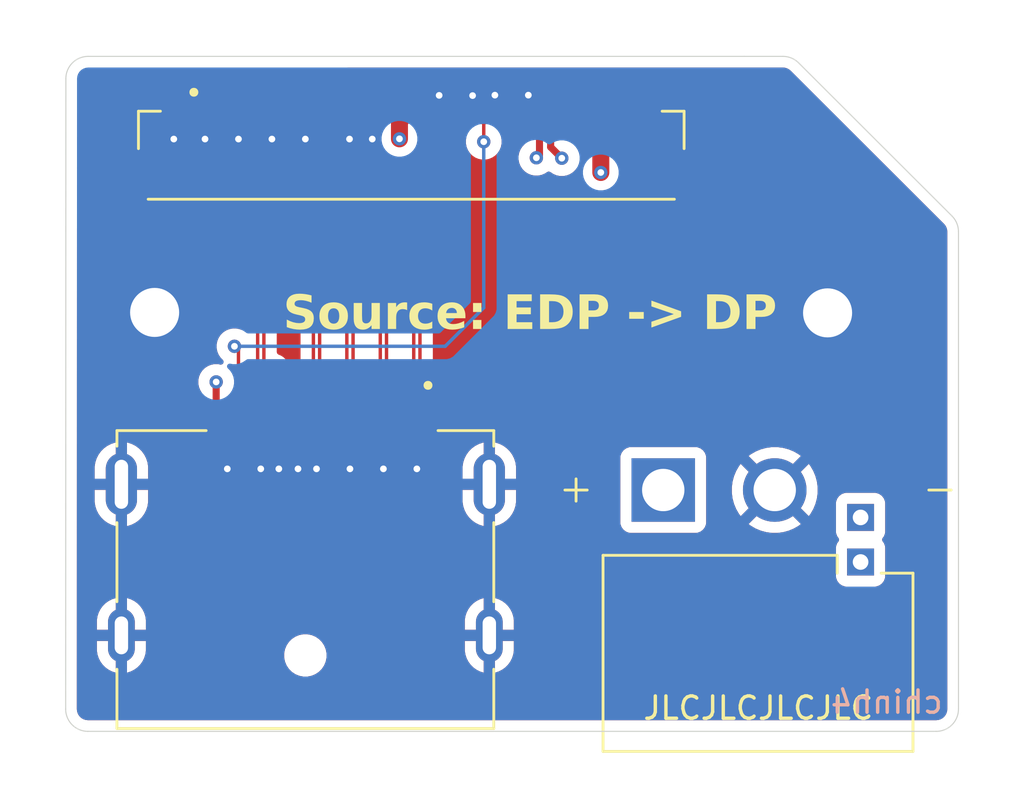
<source format=kicad_pcb>
(kicad_pcb (version 20241229) (generator "pcbnew") (generator_version "9.0")
  (layers (0 "F.Cu" signal) (4 "In1.Cu" signal) (6 "In2.Cu" signal) (2 "B.Cu" signal) (13 "F.Paste" user) (15 "B.Paste" user) (5 "F.SilkS" user "F.Silkscreen") (7 "B.SilkS" user "B.Silkscreen") (1 "F.Mask" user) (3 "B.Mask" user) (25 "Edge.Cuts" user))
  (net 0 "")
  (net 1 "+3.3V")
  (net 2 "GND")
  (net 3 "AUX_P")
  (net 4 "2_EDP_TX_P")
  (net 5 "2_EDP_TX_N")
  (net 6 "1_EDP_TX_N")
  (net 7 "BLK_PWM_LCD")
  (net 8 "BLK_OFF_N")
  (net 9 "+5V")
  (net 10 "AUX_N")
  (net 11 "3_EDP_TX_P")
  (net 12 "3_EDP_TX_N")
  (net 13 "0_EDP_TX_P")
  (net 14 "0_EDP_TX_N")
  (net 15 "EDP_HPD")
  (net 16 "1_EDP_TX_P")
  (footprint "MountingHole:MountingHole_2.2mm_M2_DIN965_Pad_TopBottom" (layer "F.Cu") (at 149.17 65)
    (property "Reference" "H2" (hide yes))
    (property "Value" "MountingHole_Pad")
    (pad "1" thru_hole circle (at 0 0) (size 2.6 2.6) (drill 2.2) (layers "*.Cu" "*.Mask") (net 2 "GND"))
    (pad "1" connect circle (at 0 0) (size 3.8 3.8) (layers "F.Cu" "F.Mask") (net 2 "GND"))
    (pad "1" connect circle (at 0 0) (size 3.8 3.8) (layers "B.Cu" "B.Mask") (net 2 "GND"))
  )
  (footprint "SnapEDA:IPEX_20455-040E-76" (layer "F.Cu") (at 130.5 58)
    (property "Reference" "J1" (hide yes))
    (property "Value" "20455-040E-76")
    (fp_line (start -12.235 -2.05) (end -12.235 -0.37) (stroke (width 0.127)) (layer "F.SilkS"))
    (fp_line (start -12.235 -2.05) (end -11.25 -2.05) (stroke (width 0.127)) (layer "F.SilkS"))
    (fp_line (start -11.8 1.9) (end 11.8 1.9) (stroke (width 0.127)) (layer "F.SilkS"))
    (fp_line (start 11.25 -2.05) (end 12.235 -2.05) (stroke (width 0.127)) (layer "F.SilkS"))
    (fp_line (start 12.235 -2.05) (end 12.235 -0.37) (stroke (width 0.127)) (layer "F.SilkS"))
    (fp_circle (center -9.75 -2.9) (end -9.65 -2.9) (stroke (width 0.2)) (fill no) (layer "F.SilkS"))
    (pad "1" smd rect (at -9.75 -1.92) (size 0.25 0.9) (layers "F.Cu" "F.Mask" "F.Paste"))
    (pad "2" smd rect (at -9.25 -1.92) (size 0.25 0.9) (layers "F.Cu" "F.Mask" "F.Paste") (net 2 "GND"))
    (pad "3" smd rect (at -8.75 -1.92) (size 0.25 0.9) (layers "F.Cu" "F.Mask" "F.Paste") (net 12 "3_EDP_TX_N"))
    (pad "4" smd rect (at -8.25 -1.92) (size 0.25 0.9) (layers "F.Cu" "F.Mask" "F.Paste") (net 11 "3_EDP_TX_P"))
    (pad "5" smd rect (at -7.75 -1.92) (size 0.25 0.9) (layers "F.Cu" "F.Mask" "F.Paste") (net 2 "GND"))
    (pad "6" smd rect (at -7.25 -1.92) (size 0.25 0.9) (layers "F.Cu" "F.Mask" "F.Paste") (net 5 "2_EDP_TX_N"))
    (pad "7" smd rect (at -6.75 -1.92) (size 0.25 0.9) (layers "F.Cu" "F.Mask" "F.Paste") (net 4 "2_EDP_TX_P"))
    (pad "8" smd rect (at -6.25 -1.92) (size 0.25 0.9) (layers "F.Cu" "F.Mask" "F.Paste") (net 2 "GND"))
    (pad "9" smd rect (at -5.75 -1.92) (size 0.25 0.9) (layers "F.Cu" "F.Mask" "F.Paste") (net 6 "1_EDP_TX_N"))
    (pad "10" smd rect (at -5.25 -1.92) (size 0.25 0.9) (layers "F.Cu" "F.Mask" "F.Paste") (net 16 "1_EDP_TX_P"))
    (pad "11" smd rect (at -4.75 -1.92) (size 0.25 0.9) (layers "F.Cu" "F.Mask" "F.Paste") (net 2 "GND"))
    (pad "12" smd rect (at -4.25 -1.92) (size 0.25 0.9) (layers "F.Cu" "F.Mask" "F.Paste") (net 14 "0_EDP_TX_N"))
    (pad "13" smd rect (at -3.75 -1.92) (size 0.25 0.9) (layers "F.Cu" "F.Mask" "F.Paste") (net 13 "0_EDP_TX_P"))
    (pad "14" smd rect (at -3.25 -1.92) (size 0.25 0.9) (layers "F.Cu" "F.Mask" "F.Paste") (net 2 "GND"))
    (pad "15" smd rect (at -2.75 -1.92) (size 0.25 0.9) (layers "F.Cu" "F.Mask" "F.Paste") (net 3 "AUX_P"))
    (pad "16" smd rect (at -2.25 -1.92) (size 0.25 0.9) (layers "F.Cu" "F.Mask" "F.Paste") (net 10 "AUX_N"))
    (pad "17" smd rect (at -1.75 -1.92) (size 0.25 0.9) (layers "F.Cu" "F.Mask" "F.Paste") (net 2 "GND"))
    (pad "18" smd rect (at -1.25 -1.92) (size 0.25 0.9) (layers "F.Cu" "F.Mask" "F.Paste") (net 1 "+3.3V"))
    (pad "19" smd rect (at -0.75 -1.92) (size 0.25 0.9) (layers "F.Cu" "F.Mask" "F.Paste") (net 1 "+3.3V"))
    (pad "20" smd rect (at -0.25 -1.92) (size 0.25 0.9) (layers "F.Cu" "F.Mask" "F.Paste") (net 1 "+3.3V"))
    (pad "21" smd rect (at 0.25 -1.92) (size 0.25 0.9) (layers "F.Cu" "F.Mask" "F.Paste") (net 1 "+3.3V"))
    (pad "22" smd rect (at 0.75 -1.92) (size 0.25 0.9) (layers "F.Cu" "F.Mask" "F.Paste"))
    (pad "23" smd rect (at 1.25 -1.92) (size 0.25 0.9) (layers "F.Cu" "F.Mask" "F.Paste") (net 2 "GND"))
    (pad "24" smd rect (at 1.75 -1.92) (size 0.25 0.9) (layers "F.Cu" "F.Mask" "F.Paste") (net 2 "GND"))
    (pad "25" smd rect (at 2.25 -1.92) (size 0.25 0.9) (layers "F.Cu" "F.Mask" "F.Paste") (net 2 "GND"))
    (pad "26" smd rect (at 2.75 -1.92) (size 0.25 0.9) (layers "F.Cu" "F.Mask" "F.Paste") (net 2 "GND"))
    (pad "27" smd rect (at 3.25 -1.92) (size 0.25 0.9) (layers "F.Cu" "F.Mask" "F.Paste") (net 15 "EDP_HPD"))
    (pad "28" smd rect (at 3.75 -1.92) (size 0.25 0.9) (layers "F.Cu" "F.Mask" "F.Paste") (net 2 "GND"))
    (pad "29" smd rect (at 4.25 -1.92) (size 0.25 0.9) (layers "F.Cu" "F.Mask" "F.Paste") (net 2 "GND"))
    (pad "30" smd rect (at 4.75 -1.92) (size 0.25 0.9) (layers "F.Cu" "F.Mask" "F.Paste") (net 2 "GND"))
    (pad "31" smd rect (at 5.25 -1.92) (size 0.25 0.9) (layers "F.Cu" "F.Mask" "F.Paste") (net 2 "GND"))
    (pad "32" smd rect (at 5.75 -1.92) (size 0.25 0.9) (layers "F.Cu" "F.Mask" "F.Paste") (net 8 "BLK_OFF_N"))
    (pad "33" smd rect (at 6.25 -1.92) (size 0.25 0.9) (layers "F.Cu" "F.Mask" "F.Paste") (net 7 "BLK_PWM_LCD"))
    (pad "34" smd rect (at 6.75 -1.92) (size 0.25 0.9) (layers "F.Cu" "F.Mask" "F.Paste"))
    (pad "35" smd rect (at 7.25 -1.92) (size 0.25 0.9) (layers "F.Cu" "F.Mask" "F.Paste"))
    (pad "36" smd rect (at 7.75 -1.92) (size 0.25 0.9) (layers "F.Cu" "F.Mask" "F.Paste") (net 9 "+5V"))
    (pad "37" smd rect (at 8.25 -1.92) (size 0.25 0.9) (layers "F.Cu" "F.Mask" "F.Paste") (net 9 "+5V"))
    (pad "38" smd rect (at 8.75 -1.92) (size 0.25 0.9) (layers "F.Cu" "F.Mask" "F.Paste") (net 9 "+5V"))
    (pad "39" smd rect (at 9.25 -1.92) (size 0.25 0.9) (layers "F.Cu" "F.Mask" "F.Paste") (net 9 "+5V"))
    (pad "40" smd rect (at 9.75 -1.92) (size 0.25 0.9) (layers "F.Cu" "F.Mask" "F.Paste"))
    (pad "S1" smd rect (at -10.65 -1.92) (size 0.55 0.9) (layers "F.Cu" "F.Mask" "F.Paste") (net 2 "GND"))
    (pad "S2" smd rect (at -12.85 0.9) (size 1.4 1.9) (layers "F.Cu" "F.Mask" "F.Paste") (net 2 "GND"))
    (pad "S3" smd rect (at 10.65 -1.92) (size 0.55 0.9) (layers "F.Cu" "F.Mask" "F.Paste") (net 2 "GND"))
    (pad "S4" smd rect (at 12.85 0.9) (size 1.4 1.9) (layers "F.Cu" "F.Mask" "F.Paste") (net 2 "GND"))
  )
  (footprint "SnapEDA:MOLEX_47272-0001" (layer "F.Cu") (at 125.75 83.6525)
    (property "Reference" "J2" (hide yes))
    (property "Value" "47272-0001")
    (fp_line (start -8.45 -13.37) (end -8.45 -12.67) (stroke (width 0.127)) (layer "F.SilkS"))
    (fp_line (start -8.45 -9.24) (end -8.45 -5.69) (stroke (width 0.127)) (layer "F.SilkS"))
    (fp_line (start -8.45 -2.66) (end -8.45 0) (stroke (width 0.127)) (layer "F.SilkS"))
    (fp_line (start -8.45 0) (end 8.45 0) (stroke (width 0.127)) (layer "F.SilkS"))
    (fp_line (start -4.45 -13.37) (end -8.45 -13.37) (stroke (width 0.127)) (layer "F.SilkS"))
    (fp_line (start 8.45 -13.37) (end 5.95 -13.37) (stroke (width 0.127)) (layer "F.SilkS"))
    (fp_line (start 8.45 -13.37) (end 8.45 -12.67) (stroke (width 0.127)) (layer "F.SilkS"))
    (fp_line (start 8.45 -9.24) (end 8.45 -5.69) (stroke (width 0.127)) (layer "F.SilkS"))
    (fp_line (start 8.45 -2.66) (end 8.45 0) (stroke (width 0.127)) (layer "F.SilkS"))
    (fp_circle (center 5.5 -15.4) (end 5.6 -15.4) (stroke (width 0.2)) (fill no) (layer "F.SilkS"))
    (pad "" np_thru_hole circle (at 0 -3.28) (size 1.4 1.4) (drill 1.4) (layers "*.Cu" "*.Mask"))
    (pad "1" smd rect (at 5.5 -13.56) (size 0.28 2.4) (layers "F.Cu" "F.Mask" "F.Paste") (net 13 "0_EDP_TX_P"))
    (pad "2" smd rect (at 5 -13.56) (size 0.28 2.4) (layers "F.Cu" "F.Mask" "F.Paste") (net 2 "GND"))
    (pad "3" smd rect (at 4.5 -13.56) (size 0.28 2.4) (layers "F.Cu" "F.Mask" "F.Paste") (net 14 "0_EDP_TX_N"))
    (pad "4" smd rect (at 4 -13.56) (size 0.28 2.4) (layers "F.Cu" "F.Mask" "F.Paste") (net 16 "1_EDP_TX_P"))
    (pad "5" smd rect (at 3.5 -13.56) (size 0.28 2.4) (layers "F.Cu" "F.Mask" "F.Paste") (net 2 "GND"))
    (pad "6" smd rect (at 3 -13.56) (size 0.28 2.4) (layers "F.Cu" "F.Mask" "F.Paste") (net 6 "1_EDP_TX_N"))
    (pad "7" smd rect (at 2.5 -13.56) (size 0.28 2.4) (layers "F.Cu" "F.Mask" "F.Paste") (net 4 "2_EDP_TX_P"))
    (pad "8" smd rect (at 2 -13.56) (size 0.28 2.4) (layers "F.Cu" "F.Mask" "F.Paste") (net 2 "GND"))
    (pad "9" smd rect (at 1.5 -13.56) (size 0.28 2.4) (layers "F.Cu" "F.Mask" "F.Paste") (net 5 "2_EDP_TX_N"))
    (pad "10" smd rect (at 1 -13.56) (size 0.28 2.4) (layers "F.Cu" "F.Mask" "F.Paste") (net 11 "3_EDP_TX_P"))
    (pad "11" smd rect (at 0.5 -13.56) (size 0.28 2.4) (layers "F.Cu" "F.Mask" "F.Paste") (net 2 "GND"))
    (pad "12" smd rect (at 0 -13.56) (size 0.28 2.4) (layers "F.Cu" "F.Mask" "F.Paste") (net 12 "3_EDP_TX_N"))
    (pad "13" smd rect (at -0.5 -13.56) (size 0.28 2.4) (layers "F.Cu" "F.Mask" "F.Paste") (net 2 "GND"))
    (pad "14" smd rect (at -1 -13.56) (size 0.28 2.4) (layers "F.Cu" "F.Mask" "F.Paste") (net 2 "GND"))
    (pad "15" smd rect (at -1.5 -13.56) (size 0.28 2.4) (layers "F.Cu" "F.Mask" "F.Paste") (net 3 "AUX_P"))
    (pad "16" smd rect (at -2 -13.56) (size 0.28 2.4) (layers "F.Cu" "F.Mask" "F.Paste") (net 2 "GND"))
    (pad "17" smd rect (at -2.5 -13.56) (size 0.28 2.4) (layers "F.Cu" "F.Mask" "F.Paste") (net 10 "AUX_N"))
    (pad "18" smd rect (at -3 -13.56) (size 0.28 2.4) (layers "F.Cu" "F.Mask" "F.Paste") (net 15 "EDP_HPD"))
    (pad "19" smd rect (at -3.5 -13.56) (size 0.28 2.4) (layers "F.Cu" "F.Mask" "F.Paste") (net 2 "GND"))
    (pad "20" smd rect (at -4 -13.56) (size 0.28 2.4) (layers "F.Cu" "F.Mask" "F.Paste") (net 1 "+3.3V"))
    (pad "S1" thru_hole oval (at -8.25 -10.96) (size 1.4 2.8) (drill oval 0.6 2.2) (layers "*.Cu" "*.Mask") (net 2 "GND"))
    (pad "S2" thru_hole oval (at 8.25 -10.96) (size 1.4 2.8) (drill oval 0.6 2.2) (layers "*.Cu" "*.Mask") (net 2 "GND"))
    (pad "S3" thru_hole oval (at -8.25 -4.18) (size 1.2 2.4) (drill oval 0.6 1.7) (layers "*.Cu" "*.Mask") (net 2 "GND"))
    (pad "S4" thru_hole oval (at 8.25 -4.18) (size 1.2 2.4) (drill oval 0.6 1.7) (layers "*.Cu" "*.Mask") (net 2 "GND"))
  )
  (footprint "SnapEDA:AMASS_XT30PW_2_2_-M.G.B" (layer "F.Cu") (at 146.05 80.28)
    (property "Reference" "J3" (hide yes))
    (property "Value" "XT30PW_2_2_-M.G.B" (hide yes))
    (fp_line (start -8.66 -7.33) (end -7.66 -7.33) (stroke (width 0.127)) (layer "F.SilkS"))
    (fp_line (start -8.16 -7.83) (end -8.16 -6.83) (stroke (width 0.127)) (layer "F.SilkS"))
    (fp_line (start -6.95 -4.4) (end 3.55 -4.4) (stroke (width 0.127)) (layer "F.SilkS"))
    (fp_line (start -6.95 4.4) (end -6.95 -4.4) (stroke (width 0.127)) (layer "F.SilkS"))
    (fp_line (start 3.55 -3.6) (end 3.55 -4.4) (stroke (width 0.127)) (layer "F.SilkS"))
    (fp_line (start 6.95 -3.6) (end 5.524 -3.6) (stroke (width 0.127)) (layer "F.SilkS"))
    (fp_line (start 6.95 -3.6) (end 6.95 4.4) (stroke (width 0.127)) (layer "F.SilkS"))
    (fp_line (start 6.95 4.4) (end -6.95 4.4) (stroke (width 0.127)) (layer "F.SilkS"))
    (fp_line (start 7.66 -7.33) (end 8.66 -7.33) (stroke (width 0.127)) (layer "F.SilkS"))
    (pad "N" thru_hole circle (at 0.75 -7.33) (size 2.85 2.85) (drill 1.9) (layers "*.Cu" "*.Mask") (net 2 "GND"))
    (pad "P" thru_hole rect (at -4.25 -7.33) (size 2.85 2.85) (drill 1.9) (layers "*.Cu" "*.Mask") (net 9 "+5V"))
    (pad "S1" thru_hole rect (at 4.6 -4.1) (size 1.208 1.208) (drill oval 0.7) (layers "*.Cu" "*.Mask") (net 8 "BLK_OFF_N"))
    (pad "S2" thru_hole rect (at 4.6 -6.1) (size 1.208 1.208) (drill oval 0.7) (layers "*.Cu" "*.Mask") (net 7 "BLK_PWM_LCD"))
  )
  (footprint "MountingHole:MountingHole_2.2mm_M2_DIN965_Pad_TopBottom" (layer "F.Cu") (at 118.99 64.98)
    (property "Reference" "H1" (hide yes))
    (property "Value" "MountingHole_Pad")
    (pad "1" thru_hole circle (at 0 0) (size 2.6 2.6) (drill 2.2) (layers "*.Cu" "*.Mask") (net 2 "GND"))
    (pad "1" connect circle (at 0 0) (size 3.8 3.8) (layers "F.Cu" "F.Mask") (net 2 "GND"))
    (pad "1" connect circle (at 0 0) (size 3.8 3.8) (layers "B.Cu" "B.Mask") (net 2 "GND"))
  )
  (gr_line (start 155.04 82.78) (end 155.04 61.35941) (stroke (width 0.05)) (layer "Edge.Cuts"))
  (gr_arc (start 116.000301 83.78) (mid 115.293077 83.48699) (end 115.000301 82.779669) (stroke (width 0.05)) (layer "Edge.Cuts"))
  (gr_line (start 154.746865 60.652061) (end 147.872853 53.782656) (stroke (width 0.05)) (layer "Edge.Cuts"))
  (gr_line (start 154.04 83.78) (end 116.000301 83.78) (stroke (width 0.05)) (layer "Edge.Cuts"))
  (gr_line (start 116.009669 53.49) (end 145.435409 53.49) (stroke (width 0.05)) (layer "Edge.Cuts"))
  (gr_arc (start 155.04 82.78) (mid 154.747107 83.487107) (end 154.04 83.78) (stroke (width 0.05)) (layer "Edge.Cuts"))
  (gr_arc (start 154.746865 60.652061) (mid 154.963811 60.976569) (end 155.04 61.35941) (stroke (width 0.05)) (layer "Edge.Cuts"))
  (gr_line (start 115.009669 54.489669) (end 115.000301 82.779669) (stroke (width 0.05)) (layer "Edge.Cuts"))
  (gr_line (start 145.435409 53.49) (end 147.166 53.49) (stroke (width 0.05)) (layer "Edge.Cuts"))
  (gr_arc (start 115.009669 54.489669) (mid 115.302683 53.782801) (end 116.009669 53.49) (stroke (width 0.05)) (layer "Edge.Cuts"))
  (gr_arc (start 147.166 53.49) (mid 147.548517 53.56606) (end 147.872853 53.782656) (stroke (width 0.05)) (layer "Edge.Cuts"))
  (gr_text "JLCJLCJLCJLC" (at 140.82 83.32 -0) (layer "F.SilkS") (effects (font (size 1 1) (thickness 0.1524)) (justify left bottom)))
  (gr_text "Source: EDP -> DP" (at 124.75 65.982677 0) (layer "F.SilkS") (effects (font (size 1.524 1.524) (thickness 0.3) (bold yes)) (justify left bottom)))
  (gr_text "chinh4" (at 154.42 83.05 0) (layer "B.SilkS") (effects (font (size 1 1) (thickness 0.1524)) (justify left bottom mirror)))
  (segment (start 129.96 56.35) (end 129.97 56.36) (width 0.762) (layer "F.Cu") (net 1))
  (segment (start 129.97 56.36) (end 129.97 57.19) (width 0.762) (layer "F.Cu") (net 1))
  (segment (start 130.25 56.08) (end 130.23 56.08) (width 0.762) (layer "F.Cu") (net 1))
  (segment (start 130.23 56.08) (end 129.96 56.35) (width 0.762) (layer "F.Cu") (net 1))
  (segment (start 121.75 70.0925) (end 121.75 68.1) (width 0.3175) (layer "F.Cu") (net 1))
  (segment (start 129.25 56.08) (end 130.75 56.08) (width 0.3175) (layer "F.Cu") (net 1))
  (via (at 129.97 57.19) (size 0.6) (drill 0.3) (layers "F.Cu" "B.Cu") (net 1))
  (via (at 121.75 68.1) (size 0.6) (drill 0.3) (layers "F.Cu" "B.Cu") (net 1))
  (segment (start 135.75 56.08) (end 135.75 55.23) (width 0.254) (layer "F.Cu") (net 2))
  (segment (start 123.75 70.0925) (end 123.75 72) (width 0.254) (layer "F.Cu") (net 2))
  (segment (start 127.25 56.72) (end 127.73 57.2) (width 0.254) (layer "F.Cu") (net 2))
  (segment (start 127.75 70.0925) (end 127.75 72) (width 0.254) (layer "F.Cu") (net 2))
  (segment (start 122.75 56.08) (end 122.75 57.2) (width 0.254) (layer "F.Cu") (net 2))
  (segment (start 134.25 56.08) (end 134.25 55.23) (width 0.254) (layer "F.Cu") (net 2))
  (segment (start 133.25 56.08) (end 133.25 55.25) (width 0.254) (layer "F.Cu") (net 2))
  (segment (start 128.75 57.21) (end 128.73 57.23) (width 0.254) (layer "F.Cu") (net 2))
  (segment (start 124.25 56.08) (end 124.25 57.2) (width 0.254) (layer "F.Cu") (net 2))
  (segment (start 127.25 56.08) (end 127.25 56.72) (width 0.254) (layer "F.Cu") (net 2))
  (segment (start 124.75 71.81) (end 124.56 72) (width 0.254) (layer "F.Cu") (net 2))
  (segment (start 124.75 70.0925) (end 124.75 71.81) (width 0.254) (layer "F.Cu") (net 2))
  (segment (start 131.75 56.08) (end 131.75 55.24) (width 0.254) (layer "F.Cu") (net 2))
  (segment (start 122.25 70.0925) (end 122.25 72) (width 0.254) (layer "F.Cu") (net 2))
  (segment (start 121.25 56.08) (end 121.25 57.2) (width 0.254) (layer "F.Cu") (net 2))
  (segment (start 129.25 70.0925) (end 129.25 72) (width 0.254) (layer "F.Cu") (net 2))
  (segment (start 128.75 56.08) (end 128.75 57.2) (width 0.254) (layer "F.Cu") (net 2))
  (segment (start 125.25 70.0925) (end 125.25 71.83) (width 0.254) (layer "F.Cu") (net 2))
  (segment (start 130.75 72) (end 130.75 70.0925) (width 0.254) (layer "F.Cu") (net 2))
  (segment (start 126.25 70.0925) (end 126.25 72) (width 0.254) (layer "F.Cu") (net 2))
  (segment (start 125.75 56.08) (end 125.75 57.2) (width 0.254) (layer "F.Cu") (net 2))
  (segment (start 125.25 71.83) (end 125.42 72) (width 0.254) (layer "F.Cu") (net 2))
  (segment (start 119.85 56.08) (end 119.85 57.2) (width 0.254) (layer "F.Cu") (net 2))
  (via (at 121.25 57.2) (size 0.5) (drill 0.3) (layers "F.Cu" "B.Cu") (net 2))
  (via (at 133.25 55.25) (size 0.5) (drill 0.3) (layers "F.Cu" "B.Cu") (net 2))
  (via (at 125.75 57.2) (size 0.5) (drill 0.3) (layers "F.Cu" "B.Cu") (net 2))
  (via (at 126.25 72) (size 0.6) (drill 0.3) (layers "F.Cu" "B.Cu") (net 2))
  (via (at 123.75 72) (size 0.6) (drill 0.3) (layers "F.Cu" "B.Cu") (net 2))
  (via (at 130.75 72) (size 0.6) (drill 0.3) (layers "F.Cu" "B.Cu") (net 2))
  (via (at 128.75 57.2) (size 0.5) (drill 0.3) (layers "F.Cu" "B.Cu") (net 2))
  (via (at 125.42 72) (size 0.6) (drill 0.3) (layers "F.Cu" "B.Cu") (net 2))
  (via (at 119.85 57.2) (size 0.5) (drill 0.3) (layers "F.Cu" "B.Cu") (net 2))
  (via (at 135.75 55.23) (size 0.5) (drill 0.3) (layers "F.Cu" "B.Cu") (net 2))
  (via (at 127.75 72) (size 0.6) (drill 0.3) (layers "F.Cu" "B.Cu") (net 2))
  (via (at 122.25 72) (size 0.6) (drill 0.3) (layers "F.Cu" "B.Cu") (net 2))
  (via (at 124.56 72) (size 0.6) (drill 0.3) (layers "F.Cu" "B.Cu") (net 2))
  (via (at 131.75 55.24) (size 0.5) (drill 0.3) (layers "F.Cu" "B.Cu") (net 2))
  (via (at 134.25 55.23) (size 0.5) (drill 0.3) (layers "F.Cu" "B.Cu") (net 2))
  (via (at 127.73 57.2) (size 0.5) (drill 0.3) (layers "F.Cu" "B.Cu") (net 2))
  (via (at 122.75 57.2) (size 0.5) (drill 0.3) (layers "F.Cu" "B.Cu") (net 2))
  (via (at 124.25 57.2) (size 0.5) (drill 0.3) (layers "F.Cu" "B.Cu") (net 2))
  (via (at 129.25 72) (size 0.6) (drill 0.3) (layers "F.Cu" "B.Cu") (net 2))
  (segment (start 123.8897 67.309744) (end 123.8897 67.254264) (width 0.1524) (layer "F.Cu") (net 3))
  (segment (start 127.8603 55.6447) (end 127.75 55.755) (width 0.1524) (layer "F.Cu") (net 3))
  (segment (start 127.452134 55.0897) (end 127.8603 55.497866) (width 0.1524) (layer "F.Cu") (net 3))
  (segment (start 123.8897 67.254264) (end 123.8897 65.595913) (width 0.1524) (layer "F.Cu") (net 3))
  (segment (start 116.887866 61.0803) (end 116.3097 60.502134) (width 0.1524) (layer "F.Cu") (net 3))
  (segment (start 124.447902 67.587144) (end 124.447902 67.531664) (width 0.1524) (layer "F.Cu") (net 3))
  (segment (start 123.8897 67.932199) (end 123.8897 67.809064) (width 0.1524) (layer "F.Cu") (net 3))
  (segment (start 127.75 55.755) (end 127.75 56.08) (width 0.1524) (layer "F.Cu") (net 3))
  (segment (start 124.00066 67.698104) (end 124.336942 67.698104) (width 0.1524) (layer "F.Cu") (net 3))
  (segment (start 124.25 68.292499) (end 123.8897 67.932199) (width 0.1524) (layer "F.Cu") (net 3))
  (segment (start 124.25 70.0925) (end 124.25 68.292499) (width 0.1524) (layer "F.Cu") (net 3))
  (segment (start 116.897866 55.0897) (end 127.452134 55.0897) (width 0.1524) (layer "F.Cu") (net 3))
  (segment (start 124.336942 67.420704) (end 124.00066 67.420704) (width 0.1524) (layer "F.Cu") (net 3))
  (segment (start 127.8603 55.497866) (end 127.8603 55.6447) (width 0.1524) (layer "F.Cu") (net 3))
  (segment (start 123.8897 65.595913) (end 123.8897 64.502134) (width 0.1524) (layer "F.Cu") (net 3))
  (segment (start 123.8897 64.502134) (end 120.467866 61.0803) (width 0.1524) (layer "F.Cu") (net 3))
  (segment (start 116.3097 60.502134) (end 116.3097 55.677866) (width 0.1524) (layer "F.Cu") (net 3))
  (segment (start 120.467866 61.0803) (end 116.887866 61.0803) (width 0.1524) (layer "F.Cu") (net 3))
  (segment (start 116.3097 55.677866) (end 116.897866 55.0897) (width 0.1524) (layer "F.Cu") (net 3))
  (arc (start 124.00066 67.420704) (mid 123.922199 67.388205) (end 123.8897 67.309744) (width 0.1524) (layer "F.Cu") (net 3))
  (arc (start 123.8897 67.809064) (mid 123.922199 67.730603) (end 124.00066 67.698104) (width 0.1524) (layer "F.Cu") (net 3))
  (arc (start 124.336942 67.698104) (mid 124.415403 67.665605) (end 124.447902 67.587144) (width 0.1524) (layer "F.Cu") (net 3))
  (arc (start 124.447902 67.531664) (mid 124.415403 67.453203) (end 124.336942 67.420704) (width 0.1524) (layer "F.Cu") (net 3))
  (segment (start 123.6397 56.865301) (end 123.75 56.755001) (width 0.1524) (layer "F.Cu") (net 4))
  (segment (start 123.6397 59.242134) (end 123.6397 56.865301) (width 0.1524) (layer "F.Cu") (net 4))
  (segment (start 128.25 70.0925) (end 128.25 68.292499) (width 0.1524) (layer "F.Cu") (net 4))
  (segment (start 123.75 56.755001) (end 123.75 56.08) (width 0.1524) (layer "F.Cu") (net 4))
  (segment (start 127.8897 67.932199) (end 127.8897 63.492134) (width 0.1524) (layer "F.Cu") (net 4))
  (segment (start 127.8897 63.492134) (end 123.6397 59.242134) (width 0.1524) (layer "F.Cu") (net 4))
  (segment (start 128.25 68.292499) (end 127.8897 67.932199) (width 0.1524) (layer "F.Cu") (net 4))
  (segment (start 123.3603 59.357866) (end 123.3603 56.865301) (width 0.1524) (layer "F.Cu") (net 5))
  (segment (start 123.3603 56.865301) (end 123.25 56.755001) (width 0.1524) (layer "F.Cu") (net 5))
  (segment (start 127.6103 63.607866) (end 123.3603 59.357866) (width 0.1524) (layer "F.Cu") (net 5))
  (segment (start 123.25 56.755001) (end 123.25 56.08) (width 0.1524) (layer "F.Cu") (net 5))
  (segment (start 127.25 68.292499) (end 127.6103 67.932199) (width 0.1524) (layer "F.Cu") (net 5))
  (segment (start 127.25 70.0925) (end 127.25 68.292499) (width 0.1524) (layer "F.Cu") (net 5))
  (segment (start 127.6103 67.932199) (end 127.6103 63.607866) (width 0.1524) (layer "F.Cu") (net 5))
  (segment (start 129.1103 67.932199) (end 129.1103 63.107866) (width 0.1524) (layer "F.Cu") (net 6))
  (segment (start 124.75 56.755001) (end 124.75 56.08) (width 0.1524) (layer "F.Cu") (net 6))
  (segment (start 124.8603 58.857866) (end 124.8603 56.865301) (width 0.1524) (layer "F.Cu") (net 6))
  (segment (start 128.75 68.292499) (end 129.1103 67.932199) (width 0.1524) (layer "F.Cu") (net 6))
  (segment (start 129.1103 63.107866) (end 124.8603 58.857866) (width 0.1524) (layer "F.Cu") (net 6))
  (segment (start 124.8603 56.865301) (end 124.75 56.755001) (width 0.1524) (layer "F.Cu") (net 6))
  (segment (start 128.75 70.0925) (end 128.75 68.292499) (width 0.1524) (layer "F.Cu") (net 6))
  (segment (start 136.75 57.56) (end 137.25 58.06) (width 0.3175) (layer "F.Cu") (net 7))
  (segment (start 136.75 56.08) (end 136.75 57.56) (width 0.3175) (layer "F.Cu") (net 7))
  (via (at 137.25 58.06) (size 0.6) (drill 0.3) (layers "F.Cu" "B.Cu") (net 7))
  (segment (start 136.25 56.08) (end 136.25 57.9) (width 0.3175) (layer "F.Cu") (net 8))
  (segment (start 136.25 57.9) (end 136.11 58.04) (width 0.3175) (layer "F.Cu") (net 8))
  (via (at 136.11 58.04) (size 0.6) (drill 0.3) (layers "F.Cu" "B.Cu") (net 8))
  (segment (start 139.25 56.08) (end 139 56.33) (width 0.762) (layer "F.Cu") (net 9))
  (segment (start 139 56.33) (end 139 58.7) (width 0.762) (layer "F.Cu") (net 9))
  (segment (start 138.25 56.08) (end 139.75 56.08) (width 0.3175) (layer "F.Cu") (net 9))
  (via (at 139 58.7) (size 0.6) (drill 0.3) (layers "F.Cu" "B.Cu") (net 9))
  (segment (start 123.25 70.0925) (end 123.25 68.292499) (width 0.1524) (layer "F.Cu") (net 10))
  (segment (start 128.1397 55.382134) (end 128.1397 55.6447) (width 0.1524) (layer "F.Cu") (net 10))
  (segment (start 128.25 55.755) (end 128.25 56.08) (width 0.1524) (layer "F.Cu") (net 10))
  (segment (start 128.1397 55.6447) (end 128.25 55.755) (width 0.1524) (layer "F.Cu") (net 10))
  (segment (start 116.782134 54.8103) (end 127.567866 54.8103) (width 0.1524) (layer "F.Cu") (net 10))
  (segment (start 123.6103 67.932199) (end 123.6103 64.617866) (width 0.1524) (layer "F.Cu") (net 10))
  (segment (start 123.25 68.292499) (end 123.6103 67.932199) (width 0.1524) (layer "F.Cu") (net 10))
  (segment (start 116.772134 61.3597) (end 116.0303 60.617866) (width 0.1524) (layer "F.Cu") (net 10))
  (segment (start 116.0303 55.562134) (end 116.782134 54.8103) (width 0.1524) (layer "F.Cu") (net 10))
  (segment (start 127.567866 54.8103) (end 128.1397 55.382134) (width 0.1524) (layer "F.Cu") (net 10))
  (segment (start 116.0303 60.617866) (end 116.0303 55.562134) (width 0.1524) (layer "F.Cu") (net 10))
  (segment (start 123.6103 64.617866) (end 120.352134 61.3597) (width 0.1524) (layer "F.Cu") (net 10))
  (segment (start 120.352134 61.3597) (end 116.772134 61.3597) (width 0.1524) (layer "F.Cu") (net 10))
  (segment (start 126.3897 67.932199) (end 126.3897 63.922134) (width 0.1524) (layer "F.Cu") (net 11))
  (segment (start 122.25 56.755001) (end 122.25 56.08) (width 0.1524) (layer "F.Cu") (net 11))
  (segment (start 126.75 68.292499) (end 126.3897 67.932199) (width 0.1524) (layer "F.Cu") (net 11))
  (segment (start 122.1397 56.865301) (end 122.25 56.755001) (width 0.1524) (layer "F.Cu") (net 11))
  (segment (start 122.1397 59.672134) (end 122.1397 56.865301) (width 0.1524) (layer "F.Cu") (net 11))
  (segment (start 126.3897 63.922134) (end 122.1397 59.672134) (width 0.1524) (layer "F.Cu") (net 11))
  (segment (start 126.75 70.0925) (end 126.75 68.292499) (width 0.1524) (layer "F.Cu") (net 11))
  (segment (start 121.8603 59.787866) (end 121.8603 56.865301) (width 0.1524) (layer "F.Cu") (net 12))
  (segment (start 125.75 68.292499) (end 126.1103 67.932199) (width 0.1524) (layer "F.Cu") (net 12))
  (segment (start 121.8603 56.865301) (end 121.75 56.755001) (width 0.1524) (layer "F.Cu") (net 12))
  (segment (start 126.1103 64.037866) (end 121.8603 59.787866) (width 0.1524) (layer "F.Cu") (net 12))
  (segment (start 125.75 70.0925) (end 125.75 68.292499) (width 0.1524) (layer "F.Cu") (net 12))
  (segment (start 126.1103 67.932199) (end 126.1103 64.037866) (width 0.1524) (layer "F.Cu") (net 12))
  (segment (start 121.75 56.755001) (end 121.75 56.08) (width 0.1524) (layer "F.Cu") (net 12))
  (segment (start 126.6397 56.865301) (end 126.75 56.755001) (width 0.1524) (layer "F.Cu") (net 13))
  (segment (start 130.8897 62.502134) (end 126.6397 58.252134) (width 0.1524) (layer "F.Cu") (net 13))
  (segment (start 131.25 68.292499) (end 130.8897 67.932199) (width 0.1524) (layer "F.Cu") (net 13))
  (segment (start 131.25 70.0925) (end 131.25 68.292499) (width 0.1524) (layer "F.Cu") (net 13))
  (segment (start 130.8897 67.932199) (end 130.8897 62.502134) (width 0.1524) (layer "F.Cu") (net 13))
  (segment (start 126.75 56.755001) (end 126.75 56.08) (width 0.1524) (layer "F.Cu") (net 13))
  (segment (start 126.6397 58.252134) (end 126.6397 56.865301) (width 0.1524) (layer "F.Cu") (net 13))
  (segment (start 130.25 70.0925) (end 130.25 68.292499) (width 0.1524) (layer "F.Cu") (net 14))
  (segment (start 126.3603 56.865301) (end 126.25 56.755001) (width 0.1524) (layer "F.Cu") (net 14))
  (segment (start 130.6103 67.932199) (end 130.6103 62.617866) (width 0.1524) (layer "F.Cu") (net 14))
  (segment (start 126.25 56.755001) (end 126.25 56.08) (width 0.1524) (layer "F.Cu") (net 14))
  (segment (start 130.25 68.292499) (end 130.6103 67.932199) (width 0.1524) (layer "F.Cu") (net 14))
  (segment (start 130.6103 62.617866) (end 126.3603 58.367866) (width 0.1524) (layer "F.Cu") (net 14))
  (segment (start 126.3603 58.367866) (end 126.3603 56.865301) (width 0.1524) (layer "F.Cu") (net 14))
  (segment (start 133.75 57.32) (end 133.75 56.08) (width 0.1524) (layer "F.Cu") (net 15))
  (segment (start 122.75 66.68) (end 122.57 66.5) (width 0.1524) (layer "F.Cu") (net 15))
  (segment (start 122.75 70.0925) (end 122.75 66.68) (width 0.1524) (layer "F.Cu") (net 15))
  (via (at 133.75 57.32) (size 0.6) (drill 0.3) (layers "F.Cu" "B.Cu") (net 15))
  (via (at 122.57 66.5) (size 0.6) (drill 0.3) (layers "F.Cu" "B.Cu") (net 15))
  (segment (start 133.75 64.77) (end 133.75 57.32) (width 0.1524) (layer "B.Cu") (net 15))
  (segment (start 132.02 66.5) (end 133.75 64.77) (width 0.1524) (layer "B.Cu") (net 15))
  (segment (start 122.57 66.5) (end 132.02 66.5) (width 0.1524) (layer "B.Cu") (net 15))
  (segment (start 125.25 56.755001) (end 125.25 56.08) (width 0.1524) (layer "F.Cu") (net 16))
  (segment (start 129.75 70.0925) (end 129.75 68.292499) (width 0.1524) (layer "F.Cu") (net 16))
  (segment (start 125.1397 56.865301) (end 125.25 56.755001) (width 0.1524) (layer "F.Cu") (net 16))
  (segment (start 129.75 68.292499) (end 129.3897 67.932199) (width 0.1524) (layer "F.Cu") (net 16))
  (segment (start 129.3897 67.932199) (end 129.3897 62.992134) (width 0.1524) (layer "F.Cu") (net 16))
  (segment (start 129.3897 62.992134) (end 125.1397 58.742134) (width 0.1524) (layer "F.Cu") (net 16))
  (segment (start 125.1397 58.742134) (end 125.1397 56.865301) (width 0.1524) (layer "F.Cu") (net 16))
  (zone (net 2) (net_name "GND") (layers "F.Cu" "B.Cu" "In1.Cu") (connect_pads (clearance 0.5)) (min_thickness 0.25) (fill yes (thermal_gap 0.5) (thermal_bridge_width 0.5))
    (polygon (pts (xy 113.01 51.98) (xy 112.91 85.38) (xy 157.91 85.4) (xy 158 52.2)))
  )
)
</source>
